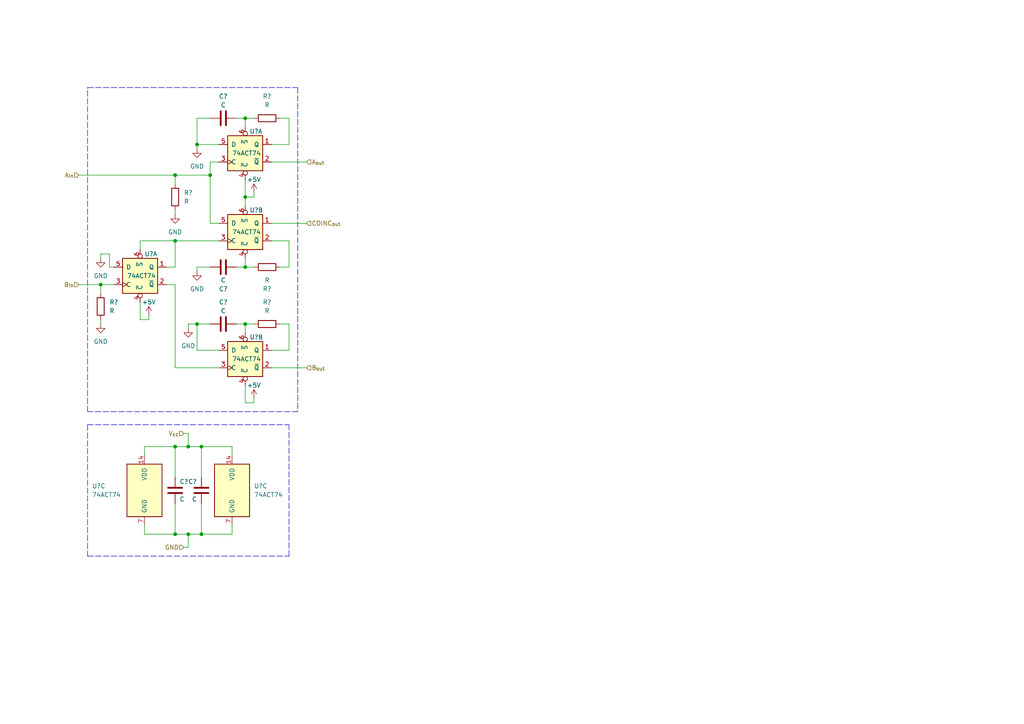
<source format=kicad_sch>
(kicad_sch (version 20211123) (generator eeschema)
  (paper "A4")
  (lib_symbols
    (symbol "CosmicWatchPro:74ACT74" (pin_names (offset 1.016))
      (property "Reference" "U" (at -7.62 8.89 0))
      (property "Value" "74ACT74" (at 0 0 0))
      (symbol "74ACT74_1_1"
        (rectangle (start -5.08 5.08) (end 5.08 -5.08) (stroke (width 0.254)) (fill (type background)))
        (pin output line (at 7.62 2.54 180) (length 2.54) (name "Q") (number "1"))
        (pin output line (at 7.62 -2.54 180) (length 2.54) (name "~{Q}") (number "2"))
        (pin input clock (at -7.62 -2.54 0) (length 2.54) (name "C") (number "3"))
        (pin input inverted (at 0 -7.62 90) (length 2.54) (name "~{C}") (number "4"))
        (pin input line (at -7.62 2.54 0) (length 2.54) (name "D") (number "5"))
        (pin input inverted (at 0 7.62 270) (length 2.54) (name "~{S}") (number "6"))
      )
      (symbol "74ACT74_2_1"
        (rectangle (start -5.08 5.08) (end 5.08 -5.08) (stroke (width 0.254)) (fill (type background)))
        (pin output line (at 7.62 2.54 180) (length 2.54) (name "Q") (number "1"))
        (pin output line (at 7.62 -2.54 180) (length 2.54) (name "~{Q}") (number "2"))
        (pin input clock (at -7.62 -2.54 0) (length 2.54) (name "C") (number "3"))
        (pin input inverted (at 0 -7.62 90) (length 2.54) (name "~{C}") (number "4"))
        (pin input line (at -7.62 2.54 0) (length 2.54) (name "D") (number "5"))
        (pin input inverted (at 0 7.62 270) (length 2.54) (name "~{S}") (number "6"))
      )
      (symbol "74ACT74_3_0"
        (pin power_in line (at 0 10.16 270) (length 2.54) (name "VDD") (number "14"))
        (pin power_in line (at 0 -10.16 90) (length 2.54) (name "GND") (number "7"))
      )
      (symbol "74ACT74_3_1"
        (rectangle (start -5.08 7.62) (end 5.08 -7.62) (stroke (width 0.254)) (fill (type background)))
      )
    )
    (symbol "Device:C" (pin_numbers hide) (pin_names (offset 0.254))
      (property "Reference" "C" (at 0.635 2.54 0))
      (property "Value" "C" (at 0.635 -2.54 0))
      (symbol "C_0_1"
        (polyline (pts (xy -2.032 -0.762) (xy 2.032 -0.762)) (stroke (width 0.508)))
        (polyline (pts (xy -2.032 0.762) (xy 2.032 0.762)) (stroke (width 0.508)))
      )
      (symbol "C_1_1"
        (pin passive line (at 0 3.81 270) (length 2.794) (name "~") (number "1"))
        (pin passive line (at 0 -3.81 90) (length 2.794) (name "~") (number "2"))
      )
    )
    (symbol "Device:R" (pin_numbers hide) (pin_names (offset 0))
      (property "Reference" "R" (at 2.032 0 90))
      (property "Value" "R" (at 0 0 90))
      (symbol "R_0_1"
        (rectangle (start -1.016 -2.54) (end 1.016 2.54) (stroke (width 0.254)))
      )
      (symbol "R_1_1"
        (pin passive line (at 0 3.81 270) (length 1.27) (name "~") (number "1"))
        (pin passive line (at 0 -3.81 90) (length 1.27) (name "~") (number "2"))
      )
    )
    (symbol "power:+5V" (power) (pin_names (offset 0))
      (property "Value" "+5V" (at 0 3.556 0))
      (symbol "+5V_0_1"
        (polyline (pts (xy -0.762 1.27) (xy 0 2.54)))
        (polyline (pts (xy 0 0) (xy 0 2.54)))
        (polyline (pts (xy 0 2.54) (xy 0.762 1.27)))
      )
      (symbol "+5V_1_1"
        (pin power_in line (at 0 0 90) (length 0) hide (name "+5V") (number "1"))
      )
    )
    (symbol "power:GND" (power) (pin_names (offset 0))
      (property "Value" "GND" (at 0 -3.81 0))
      (symbol "GND_0_1"
        (polyline (pts (xy 0 0) (xy 0 -1.27) (xy 1.27 -1.27) (xy 0 -2.54) (xy -1.27 -1.27) (xy 0 -1.27)))
      )
      (symbol "GND_1_1"
        (pin power_in line (at 0 0 270) (length 0) hide (name "GND") (number "1"))
      )
    )
  )
  (junction (at 50.8 129.54))
  (junction (at 57.15 41.91))
  (junction (at 29.21 82.55))
  (junction (at 50.8 154.94))
  (junction (at 71.12 93.98))
  (junction (at 71.12 34.29))
  (junction (at 58.42 129.54))
  (junction (at 54.61 154.94))
  (junction (at 60.96 50.8))
  (junction (at 71.12 77.47))
  (junction (at 71.12 57.15))
  (junction (at 58.42 154.94))
  (junction (at 57.15 93.98))
  (junction (at 50.8 69.85))
  (junction (at 50.8 50.8))
  (junction (at 54.61 129.54))
  (wire (pts (xy 29.21 85.09) (xy 29.21 82.55)))
  (wire (pts (xy 41.91 129.54) (xy 41.91 132.08)))
  (wire (pts (xy 71.12 36.83) (xy 71.12 34.29)))
  (wire (pts (xy 43.18 92.71) (xy 43.18 91.44)))
  (wire (pts (xy 68.58 93.98) (xy 71.12 93.98)))
  (wire (pts (xy 71.12 57.15) (xy 73.66 57.15)))
  (wire (pts (xy 60.96 64.77) (xy 63.5 64.77)))
  (wire (pts (xy 50.8 129.54) (xy 41.91 129.54)))
  (wire (pts (xy 71.12 52.07) (xy 71.12 57.15)))
  (wire (pts (xy 57.15 41.91) (xy 63.5 41.91)))
  (wire (pts (xy 54.61 93.98) (xy 57.15 93.98)))
  (wire (pts (xy 54.61 129.54) (xy 58.42 129.54)))
  (wire (pts (xy 22.86 82.55) (xy 29.21 82.55)))
  (wire (pts (xy 71.12 116.84) (xy 73.66 116.84)))
  (wire (pts (xy 31.75 77.47) (xy 33.02 77.47)))
  (wire (pts (xy 71.12 57.15) (xy 71.12 59.69)))
  (wire (pts (xy 50.8 106.68) (xy 63.5 106.68)))
  (wire (pts (xy 68.58 77.47) (xy 71.12 77.47)))
  (wire (pts (xy 71.12 74.93) (xy 71.12 77.47)))
  (wire (pts (xy 50.8 138.43) (xy 50.8 129.54)))
  (wire (pts (xy 83.82 41.91) (xy 78.74 41.91)))
  (wire (pts (xy 40.64 92.71) (xy 43.18 92.71)))
  (wire (pts (xy 50.8 60.96) (xy 50.8 62.23)))
  (wire (pts (xy 67.31 154.94) (xy 67.31 152.4)))
  (wire (pts (xy 83.82 34.29) (xy 83.82 41.91)))
  (wire (pts (xy 29.21 74.93) (xy 29.21 73.66)))
  (wire (pts (xy 81.28 34.29) (xy 83.82 34.29)))
  (wire (pts (xy 73.66 57.15) (xy 73.66 55.88)))
  (wire (pts (xy 54.61 125.73) (xy 54.61 129.54)))
  (polyline (pts (xy 25.4 161.29) (xy 83.82 161.29)))
  (wire (pts (xy 40.64 87.63) (xy 40.64 92.71)))
  (wire (pts (xy 63.5 46.99) (xy 60.96 46.99)))
  (wire (pts (xy 57.15 41.91) (xy 57.15 34.29)))
  (wire (pts (xy 67.31 129.54) (xy 67.31 132.08)))
  (wire (pts (xy 29.21 82.55) (xy 33.02 82.55)))
  (wire (pts (xy 60.96 50.8) (xy 60.96 64.77)))
  (wire (pts (xy 50.8 50.8) (xy 60.96 50.8)))
  (wire (pts (xy 58.42 138.43) (xy 58.42 129.54)))
  (polyline (pts (xy 25.4 123.19) (xy 25.4 161.29)))
  (polyline (pts (xy 83.82 161.29) (xy 83.82 123.19)))
  (wire (pts (xy 41.91 152.4) (xy 41.91 154.94)))
  (wire (pts (xy 83.82 93.98) (xy 83.82 101.6)))
  (wire (pts (xy 71.12 34.29) (xy 73.66 34.29)))
  (wire (pts (xy 57.15 77.47) (xy 57.15 78.74)))
  (wire (pts (xy 83.82 101.6) (xy 78.74 101.6)))
  (wire (pts (xy 78.74 69.85) (xy 83.82 69.85)))
  (wire (pts (xy 50.8 129.54) (xy 54.61 129.54)))
  (wire (pts (xy 78.74 106.68) (xy 88.9 106.68)))
  (wire (pts (xy 54.61 158.75) (xy 54.61 154.94)))
  (wire (pts (xy 57.15 77.47) (xy 60.96 77.47)))
  (wire (pts (xy 57.15 101.6) (xy 63.5 101.6)))
  (wire (pts (xy 53.34 158.75) (xy 54.61 158.75)))
  (wire (pts (xy 50.8 154.94) (xy 54.61 154.94)))
  (wire (pts (xy 58.42 129.54) (xy 67.31 129.54)))
  (wire (pts (xy 81.28 93.98) (xy 83.82 93.98)))
  (wire (pts (xy 83.82 69.85) (xy 83.82 77.47)))
  (wire (pts (xy 71.12 77.47) (xy 73.66 77.47)))
  (wire (pts (xy 71.12 96.52) (xy 71.12 93.98)))
  (wire (pts (xy 53.34 125.73) (xy 54.61 125.73)))
  (wire (pts (xy 50.8 69.85) (xy 63.5 69.85)))
  (polyline (pts (xy 25.4 25.4) (xy 86.36 25.4)))
  (wire (pts (xy 54.61 95.25) (xy 54.61 93.98)))
  (wire (pts (xy 31.75 73.66) (xy 31.75 77.47)))
  (wire (pts (xy 54.61 154.94) (xy 58.42 154.94)))
  (wire (pts (xy 50.8 146.05) (xy 50.8 154.94)))
  (wire (pts (xy 22.86 50.8) (xy 50.8 50.8)))
  (wire (pts (xy 50.8 53.34) (xy 50.8 50.8)))
  (wire (pts (xy 29.21 92.71) (xy 29.21 93.98)))
  (wire (pts (xy 57.15 93.98) (xy 60.96 93.98)))
  (wire (pts (xy 41.91 154.94) (xy 50.8 154.94)))
  (wire (pts (xy 50.8 69.85) (xy 50.8 77.47)))
  (wire (pts (xy 40.64 69.85) (xy 50.8 69.85)))
  (wire (pts (xy 57.15 34.29) (xy 60.96 34.29)))
  (wire (pts (xy 60.96 46.99) (xy 60.96 50.8)))
  (wire (pts (xy 29.21 73.66) (xy 31.75 73.66)))
  (wire (pts (xy 57.15 101.6) (xy 57.15 93.98)))
  (polyline (pts (xy 86.36 119.38) (xy 25.4 119.38)))
  (wire (pts (xy 68.58 34.29) (xy 71.12 34.29)))
  (wire (pts (xy 78.74 64.77) (xy 88.9 64.77)))
  (wire (pts (xy 58.42 154.94) (xy 67.31 154.94)))
  (wire (pts (xy 58.42 146.05) (xy 58.42 154.94)))
  (polyline (pts (xy 25.4 123.19) (xy 83.82 123.19)))
  (wire (pts (xy 78.74 46.99) (xy 88.9 46.99)))
  (wire (pts (xy 73.66 116.84) (xy 73.66 115.57)))
  (wire (pts (xy 50.8 82.55) (xy 50.8 106.68)))
  (wire (pts (xy 40.64 72.39) (xy 40.64 69.85)))
  (wire (pts (xy 50.8 82.55) (xy 48.26 82.55)))
  (polyline (pts (xy 25.4 119.38) (xy 25.4 25.4)))
  (wire (pts (xy 71.12 93.98) (xy 73.66 93.98)))
  (polyline (pts (xy 86.36 25.4) (xy 86.36 119.38)))
  (wire (pts (xy 57.15 41.91) (xy 57.15 43.18)))
  (wire (pts (xy 71.12 111.76) (xy 71.12 116.84)))
  (wire (pts (xy 81.28 77.47) (xy 83.82 77.47)))
  (wire (pts (xy 50.8 77.47) (xy 48.26 77.47)))
  (hierarchical_label "A_{in}" (shape input) (at 22.86 50.8 180))
  (hierarchical_label "B_{out}" (shape input) (at 88.9 106.68 0))
  (hierarchical_label "GND" (shape input) (at 53.34 158.75 180))
  (hierarchical_label "V_{cc}" (shape input) (at 53.34 125.73 180))
  (hierarchical_label "B_{in}" (shape input) (at 22.86 82.55 180))
  (hierarchical_label "COINC_{out}" (shape input) (at 88.9 64.77 0))
  (hierarchical_label "A_{out}" (shape input) (at 88.9 46.99 0))
  (symbol (lib_id "Device:C") (at 50.8 142.24 0) (unit 1)
    (property "Reference" "C?" (at 52.07 139.7 0) (effects (justify left)))
    (property "Value" "C" (at 52.07 144.78 0) (effects (justify left)))
  )
  (symbol (lib_id "Device:C") (at 58.42 142.24 0) (mirror y) (unit 1)
    (property "Reference" "C?" (at 57.15 139.7 0) (effects (justify left)))
    (property "Value" "C" (at 57.15 144.78 0) (effects (justify left)))
  )
  (symbol (lib_id "Device:R") (at 77.47 77.47 270) (unit 1)
    (property "Reference" "R?" (at 77.47 83.82 90))
    (property "Value" "R" (at 77.47 81.28 90))
  )
  (symbol (lib_id "Device:C") (at 64.77 93.98 90) (unit 1)
    (property "Reference" "C?" (at 64.77 87.63 90))
    (property "Value" "C" (at 64.77 90.17 90))
  )
  (symbol (lib_id "power:GND") (at 29.21 93.98 0) (unit 1)
    (property "Reference" "#PWR?" (effects hide))
    (property "Value" "GND" (at 29.21 99.06 0))
  )
  (symbol (lib_id "power:GND") (at 50.8 62.23 0) (unit 1)
    (property "Reference" "#PWR?" (effects hide))
    (property "Value" "GND" (at 50.8 67.31 0))
  )
  (symbol (lib_id "Device:R") (at 50.8 57.15 0) (unit 1)
    (property "Reference" "R?" (at 53.34 55.8799 0) (effects (justify left)))
    (property "Value" "R" (at 53.34 58.4199 0) (effects (justify left)))
  )
  (symbol (lib_id "power:GND") (at 29.21 74.93 0) (unit 1)
    (property "Reference" "#PWR?" (effects hide))
    (property "Value" "GND" (at 29.21 80.01 0))
  )
  (symbol (lib_id "Device:R") (at 77.47 34.29 90) (unit 1)
    (property "Reference" "R?" (at 77.47 27.94 90))
    (property "Value" "R" (at 77.47 30.48 90))
  )
  (symbol (lib_id "power:GND") (at 57.15 78.74 0) (unit 1)
    (property "Reference" "#PWR?" (effects hide))
    (property "Value" "GND" (at 57.15 83.82 0))
  )
  (symbol (lib_id "power:+5V") (at 43.18 91.44 0) (unit 1)
    (property "Reference" "#PWR?" (effects hide))
    (property "Value" "+5V" (at 43.18 87.63 0))
  )
  (symbol (lib_id "power:+5V") (at 73.66 55.88 0) (unit 1)
    (property "Reference" "#PWR?" (effects hide))
    (property "Value" "+5V" (at 73.66 52.07 0))
  )
  (symbol (lib_id "power:+5V") (at 73.66 115.57 0) (unit 1)
    (property "Reference" "#PWR?" (effects hide))
    (property "Value" "+5V" (at 73.66 111.76 0))
  )
  (symbol (lib_id "CosmicWatchPro:74ACT74") (at 67.31 142.24 0) (unit 3)
    (property "Reference" "U?" (at 73.66 140.9699 0) (effects (justify left)))
    (property "Value" "74ACT74" (at 73.66 143.5099 0) (effects (justify left)))
  )
  (symbol (lib_id "Device:C") (at 64.77 34.29 90) (unit 1)
    (property "Reference" "C?" (at 64.77 27.94 90))
    (property "Value" "C" (at 64.77 30.48 90))
  )
  (symbol (lib_id "CosmicWatchPro:74ACT74") (at 40.64 80.01 0) (unit 1)
    (property "Reference" "U?" (at 41.91 73.66 0) (effects (justify left)))
    (property "Value" "74ACT74" (at 36.83 80.01 0) (effects (justify left)))
  )
  (symbol (lib_id "CosmicWatchPro:74ACT74") (at 71.12 104.14 0) (unit 2)
    (property "Reference" "U?" (at 72.39 97.79 0) (effects (justify left)))
    (property "Value" "74ACT74" (at 67.31 104.14 0) (effects (justify left)))
  )
  (symbol (lib_id "Device:R") (at 29.21 88.9 0) (unit 1)
    (property "Reference" "R?" (at 31.75 87.6299 0) (effects (justify left)))
    (property "Value" "R" (at 31.75 90.1699 0) (effects (justify left)))
  )
  (symbol (lib_id "Device:C") (at 64.77 77.47 90) (mirror x) (unit 1)
    (property "Reference" "C?" (at 64.77 83.82 90))
    (property "Value" "C" (at 64.77 81.28 90))
  )
  (symbol (lib_id "power:GND") (at 57.15 43.18 0) (unit 1)
    (property "Reference" "#PWR?" (effects hide))
    (property "Value" "GND" (at 57.15 48.26 0))
  )
  (symbol (lib_id "Device:R") (at 77.47 93.98 90) (unit 1)
    (property "Reference" "R?" (at 77.47 87.63 90))
    (property "Value" "R" (at 77.47 90.17 90))
  )
  (symbol (lib_id "power:GND") (at 54.61 95.25 0) (unit 1)
    (property "Reference" "#PWR?" (effects hide))
    (property "Value" "GND" (at 54.61 100.33 0))
  )
  (symbol (lib_id "CosmicWatchPro:74ACT74") (at 71.12 44.45 0) (unit 1)
    (property "Reference" "U?" (at 72.39 38.1 0) (effects (justify left)))
    (property "Value" "74ACT74" (at 67.31 44.45 0) (effects (justify left)))
  )
  (symbol (lib_id "CosmicWatchPro:74ACT74") (at 71.12 67.31 0) (unit 2)
    (property "Reference" "U?" (at 72.39 60.96 0) (effects (justify left)))
    (property "Value" "74ACT74" (at 67.31 67.31 0) (effects (justify left)))
  )
  (symbol (lib_id "CosmicWatchPro:74ACT74") (at 41.91 142.24 0) (unit 3)
    (property "Reference" "U?" (at 26.67 140.97 0) (effects (justify left)))
    (property "Value" "74ACT74" (at 26.67 143.51 0) (effects (justify left)))
  )
)
</source>
